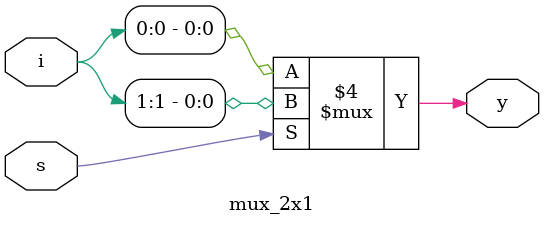
<source format=v>

/*
module mux_2x1(i,s,y);
input [1:0]i;
input s;
output reg y;

	always@(*) begin
		y=(s==0)?i[0]:i[1];
	end
endmodule
*/

//Using Case Statement
/*
module mux_2x1(i,s,y);
input [1:0]i;
input s;
output reg y;

	always@(*) begin
		case({s})
		1'b0 : y=i[0];
		1'b1 : y=i[1];
		endcase
	end
endmodule
*/

//if-else condition
module mux_2x1(i,s,y);
input [1:0]i;
input s;
output reg y;

	always@(*) begin
		if(s==0) y=i[0];
		else y=i[1];
	end
endmodule

</source>
